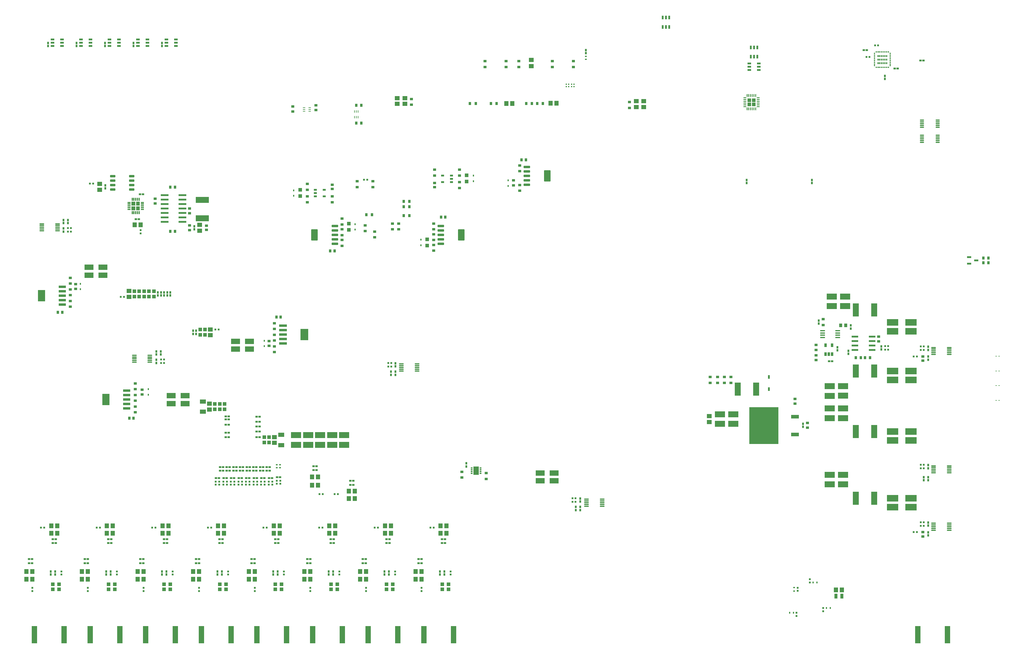
<source format=gbp>
G04*
G04 #@! TF.GenerationSoftware,Altium Limited,Altium Designer,22.6.1 (34)*
G04*
G04 Layer_Color=128*
%FSLAX23Y23*%
%MOIN*%
G70*
G04*
G04 #@! TF.SameCoordinates,48DA0B1C-91FB-4976-8A67-4949CEA53551*
G04*
G04*
G04 #@! TF.FilePolarity,Positive*
G04*
G01*
G75*
%ADD35R,0.031X0.037*%
%ADD36R,0.028X0.035*%
%ADD42R,0.035X0.028*%
%ADD44R,0.026X0.024*%
%ADD49R,0.023X0.024*%
%ADD50R,0.030X0.035*%
%ADD52R,0.022X0.018*%
%ADD56R,0.024X0.026*%
%ADD60R,0.055X0.045*%
%ADD64R,0.037X0.031*%
%ADD65O,0.053X0.012*%
G04:AMPARAMS|DCode=68|XSize=22mil|YSize=31mil|CornerRadius=2mil|HoleSize=0mil|Usage=FLASHONLY|Rotation=90.000|XOffset=0mil|YOffset=0mil|HoleType=Round|Shape=RoundedRectangle|*
%AMROUNDEDRECTD68*
21,1,0.022,0.028,0,0,90.0*
21,1,0.018,0.031,0,0,90.0*
1,1,0.004,0.014,0.009*
1,1,0.004,0.014,-0.009*
1,1,0.004,-0.014,-0.009*
1,1,0.004,-0.014,0.009*
%
%ADD68ROUNDEDRECTD68*%
%ADD70R,0.024X0.022*%
%ADD74R,0.063X0.193*%
%ADD81R,0.035X0.030*%
%ADD84R,0.049X0.024*%
%ADD85R,0.026X0.009*%
%ADD92R,0.001X0.001*%
%ADD93R,0.024X0.023*%
%ADD107R,0.039X0.041*%
%ADD109R,0.045X0.055*%
%ADD113R,0.030X0.037*%
%ADD286R,0.118X0.065*%
%ADD287R,0.069X0.146*%
%ADD288R,0.036X0.055*%
%ADD289R,0.017X0.024*%
%ADD290R,0.024X0.017*%
%ADD291R,0.016X0.022*%
G04:AMPARAMS|DCode=292|XSize=24mil|YSize=71mil|CornerRadius=2mil|HoleSize=0mil|Usage=FLASHONLY|Rotation=270.000|XOffset=0mil|YOffset=0mil|HoleType=Round|Shape=RoundedRectangle|*
%AMROUNDEDRECTD292*
21,1,0.024,0.067,0,0,270.0*
21,1,0.020,0.071,0,0,270.0*
1,1,0.004,-0.033,-0.010*
1,1,0.004,-0.033,0.010*
1,1,0.004,0.033,0.010*
1,1,0.004,0.033,-0.010*
%
%ADD292ROUNDEDRECTD292*%
G04:AMPARAMS|DCode=293|XSize=124mil|YSize=71mil|CornerRadius=2mil|HoleSize=0mil|Usage=FLASHONLY|Rotation=270.000|XOffset=0mil|YOffset=0mil|HoleType=Round|Shape=RoundedRectangle|*
%AMROUNDEDRECTD293*
21,1,0.124,0.067,0,0,270.0*
21,1,0.120,0.071,0,0,270.0*
1,1,0.004,-0.033,-0.060*
1,1,0.004,-0.033,0.060*
1,1,0.004,0.033,0.060*
1,1,0.004,0.033,-0.060*
%
%ADD293ROUNDEDRECTD293*%
G04:AMPARAMS|DCode=294|XSize=24mil|YSize=83mil|CornerRadius=2mil|HoleSize=0mil|Usage=FLASHONLY|Rotation=90.000|XOffset=0mil|YOffset=0mil|HoleType=Round|Shape=RoundedRectangle|*
%AMROUNDEDRECTD294*
21,1,0.024,0.079,0,0,90.0*
21,1,0.020,0.083,0,0,90.0*
1,1,0.004,0.039,0.010*
1,1,0.004,0.039,-0.010*
1,1,0.004,-0.039,-0.010*
1,1,0.004,-0.039,0.010*
%
%ADD294ROUNDEDRECTD294*%
G04:AMPARAMS|DCode=295|XSize=126mil|YSize=83mil|CornerRadius=2mil|HoleSize=0mil|Usage=FLASHONLY|Rotation=90.000|XOffset=0mil|YOffset=0mil|HoleType=Round|Shape=RoundedRectangle|*
%AMROUNDEDRECTD295*
21,1,0.126,0.079,0,0,90.0*
21,1,0.122,0.083,0,0,90.0*
1,1,0.004,0.039,0.061*
1,1,0.004,0.039,-0.061*
1,1,0.004,-0.039,-0.061*
1,1,0.004,-0.039,0.061*
%
%ADD295ROUNDEDRECTD295*%
%ADD296R,0.100X0.061*%
G04:AMPARAMS|DCode=297|XSize=12mil|YSize=53mil|CornerRadius=2mil|HoleSize=0mil|Usage=FLASHONLY|Rotation=270.000|XOffset=0mil|YOffset=0mil|HoleType=Round|Shape=RoundedRectangle|*
%AMROUNDEDRECTD297*
21,1,0.012,0.049,0,0,270.0*
21,1,0.008,0.053,0,0,270.0*
1,1,0.004,-0.025,-0.004*
1,1,0.004,-0.025,0.004*
1,1,0.004,0.025,0.004*
1,1,0.004,0.025,-0.004*
%
%ADD297ROUNDEDRECTD297*%
%ADD298R,0.069X0.045*%
%ADD299R,0.327X0.417*%
%ADD300R,0.087X0.041*%
%ADD301R,0.024X0.044*%
%ADD302R,0.128X0.075*%
%ADD303R,0.078X0.022*%
%ADD304R,0.035X0.041*%
G04:AMPARAMS|DCode=305|XSize=43mil|YSize=24mil|CornerRadius=2mil|HoleSize=0mil|Usage=FLASHONLY|Rotation=90.000|XOffset=0mil|YOffset=0mil|HoleType=Round|Shape=RoundedRectangle|*
%AMROUNDEDRECTD305*
21,1,0.043,0.020,0,0,90.0*
21,1,0.039,0.024,0,0,90.0*
1,1,0.004,0.010,0.020*
1,1,0.004,0.010,-0.020*
1,1,0.004,-0.010,-0.020*
1,1,0.004,-0.010,0.020*
%
%ADD305ROUNDEDRECTD305*%
%ADD306R,0.053X0.016*%
%ADD307R,0.039X0.043*%
%ADD308R,0.026X0.022*%
%ADD309R,0.015X0.014*%
%ADD310R,0.146X0.069*%
%ADD311R,0.028X0.037*%
%ADD312R,0.090X0.024*%
%ADD313R,0.037X0.030*%
%ADD314R,0.037X0.028*%
G04:AMPARAMS|DCode=315|XSize=24mil|YSize=57mil|CornerRadius=2mil|HoleSize=0mil|Usage=FLASHONLY|Rotation=270.000|XOffset=0mil|YOffset=0mil|HoleType=Round|Shape=RoundedRectangle|*
%AMROUNDEDRECTD315*
21,1,0.024,0.053,0,0,270.0*
21,1,0.020,0.057,0,0,270.0*
1,1,0.004,-0.027,-0.010*
1,1,0.004,-0.027,0.010*
1,1,0.004,0.027,0.010*
1,1,0.004,0.027,-0.010*
%
%ADD315ROUNDEDRECTD315*%
%ADD317R,0.036X0.012*%
%ADD318R,0.012X0.036*%
%ADD319R,0.039X0.020*%
%ADD320R,0.020X0.039*%
%ADD321O,0.010X0.037*%
%ADD322O,0.037X0.010*%
%ADD324R,0.012X0.018*%
%ADD325R,0.018X0.012*%
%ADD327R,0.009X0.026*%
%ADD328R,0.043X0.043*%
%ADD329R,0.085X0.126*%
%ADD330R,0.085X0.028*%
%ADD331R,0.064X0.094*%
%ADD332R,0.022X0.014*%
%ADD333R,0.014X0.010*%
%ADD382R,0.043X0.043*%
%ADD383R,0.012X0.024*%
G36*
X1941Y4931D02*
Y4888D01*
X1898D01*
Y4931D01*
X1941D01*
D02*
G37*
G36*
Y4982D02*
Y4939D01*
X1898D01*
Y4982D01*
X1941D01*
D02*
G37*
G36*
X1992Y4931D02*
Y4888D01*
X1949D01*
Y4931D01*
X1992D01*
D02*
G37*
G36*
Y4982D02*
Y4939D01*
X1949D01*
Y4982D01*
X1992D01*
D02*
G37*
D35*
X5701Y6085D02*
D03*
X5766D02*
D03*
X6457D02*
D03*
X6522D02*
D03*
X4958Y4985D02*
D03*
X5022D02*
D03*
X4602Y4835D02*
D03*
X4538D02*
D03*
X4958Y4825D02*
D03*
X5022D02*
D03*
X4958Y4925D02*
D03*
X5022D02*
D03*
X6333Y6085D02*
D03*
X6397D02*
D03*
X6002D02*
D03*
X5938D02*
D03*
D36*
X10093Y3230D02*
D03*
X10037D02*
D03*
X10198D02*
D03*
X10142D02*
D03*
X4480Y5865D02*
D03*
X4425D02*
D03*
X4480Y6065D02*
D03*
X4425D02*
D03*
D42*
X9590Y3202D02*
D03*
X3710Y6053D02*
D03*
Y5997D02*
D03*
X6190Y5223D02*
D03*
Y5167D02*
D03*
X2017Y2871D02*
D03*
Y2816D02*
D03*
X9495Y2498D02*
D03*
Y2442D02*
D03*
X9355Y2768D02*
D03*
Y2712D02*
D03*
X10295Y3412D02*
D03*
Y3468D02*
D03*
X9590Y3258D02*
D03*
Y3317D02*
D03*
Y3373D02*
D03*
X3970Y6012D02*
D03*
Y6068D02*
D03*
X1270Y4002D02*
D03*
Y4058D02*
D03*
X3445Y3362D02*
D03*
Y3418D02*
D03*
D44*
X1948Y4785D02*
D03*
X1982D02*
D03*
X9772Y3190D02*
D03*
X9738D02*
D03*
X4763Y1145D02*
D03*
X4797D02*
D03*
X4763Y1190D02*
D03*
X4797D02*
D03*
X4532Y920D02*
D03*
X4498D02*
D03*
X4532Y965D02*
D03*
X4498D02*
D03*
X5388Y1190D02*
D03*
X5422D02*
D03*
X5388Y1145D02*
D03*
X5422D02*
D03*
X5157Y920D02*
D03*
X5123D02*
D03*
X5157Y965D02*
D03*
X5123D02*
D03*
X1993Y5065D02*
D03*
X2027D02*
D03*
X10162Y6685D02*
D03*
X10128D02*
D03*
X10797Y6571D02*
D03*
X10763D02*
D03*
X10473Y6480D02*
D03*
X10507D02*
D03*
X3477Y1875D02*
D03*
X3443D02*
D03*
X3392D02*
D03*
X3358D02*
D03*
X3307D02*
D03*
X3273D02*
D03*
X3873Y965D02*
D03*
X3907D02*
D03*
X4172Y1190D02*
D03*
X4138D02*
D03*
X3873Y920D02*
D03*
X3907D02*
D03*
X4172Y1145D02*
D03*
X4138D02*
D03*
X3222Y1875D02*
D03*
X3188D02*
D03*
X3248Y920D02*
D03*
X3282D02*
D03*
X3547Y1190D02*
D03*
X3513D02*
D03*
X3248Y965D02*
D03*
X3282D02*
D03*
X3547Y1145D02*
D03*
X3513D02*
D03*
X3137Y1875D02*
D03*
X3103D02*
D03*
X2922Y1145D02*
D03*
X2888D02*
D03*
X2623Y920D02*
D03*
X2657D02*
D03*
X2922Y1190D02*
D03*
X2888D02*
D03*
X2623Y965D02*
D03*
X2657D02*
D03*
X3052Y1875D02*
D03*
X3018D02*
D03*
X2297Y1190D02*
D03*
X2263D02*
D03*
X2297Y1145D02*
D03*
X2263D02*
D03*
X1998Y965D02*
D03*
X2032D02*
D03*
X1998Y920D02*
D03*
X2032D02*
D03*
X2967Y1875D02*
D03*
X2933D02*
D03*
X1672Y1145D02*
D03*
X1638D02*
D03*
X1373Y965D02*
D03*
X1407D02*
D03*
X1373Y920D02*
D03*
X1407D02*
D03*
X1672Y1190D02*
D03*
X1638D02*
D03*
X2882Y1875D02*
D03*
X2848D02*
D03*
X1047Y1145D02*
D03*
X1013D02*
D03*
X1047Y1190D02*
D03*
X1013D02*
D03*
X748Y965D02*
D03*
X782D02*
D03*
X748Y920D02*
D03*
X782D02*
D03*
X3533Y1885D02*
D03*
X3567D02*
D03*
X3977Y1965D02*
D03*
X3943D02*
D03*
X4358Y1800D02*
D03*
X4392D02*
D03*
X3977Y2010D02*
D03*
X3943D02*
D03*
X4358Y1845D02*
D03*
X4392D02*
D03*
X3337Y2565D02*
D03*
X3303D02*
D03*
X3337Y2335D02*
D03*
X3303D02*
D03*
X3337Y2400D02*
D03*
X3303D02*
D03*
X3337Y2455D02*
D03*
X3303D02*
D03*
X3337Y2510D02*
D03*
X3303D02*
D03*
X2958Y2475D02*
D03*
X2992D02*
D03*
X2958Y2535D02*
D03*
X2992D02*
D03*
X2958Y2570D02*
D03*
X2992D02*
D03*
X2958Y2335D02*
D03*
X2992D02*
D03*
X2958Y2385D02*
D03*
X2992D02*
D03*
D49*
X4512Y5230D02*
D03*
X4548D02*
D03*
X2842Y3545D02*
D03*
X2878D02*
D03*
X10723Y3244D02*
D03*
X10687D02*
D03*
X10723Y1269D02*
D03*
X10687D02*
D03*
X4668Y1320D02*
D03*
X4632D02*
D03*
X5293D02*
D03*
X5257D02*
D03*
X1432Y5185D02*
D03*
X1468D02*
D03*
X4007Y1320D02*
D03*
X4043D02*
D03*
X3382D02*
D03*
X3418D02*
D03*
X2132D02*
D03*
X2168D02*
D03*
X2757D02*
D03*
X2793D02*
D03*
X1507D02*
D03*
X1543D02*
D03*
X882D02*
D03*
X918D02*
D03*
X4048Y1695D02*
D03*
X4012D02*
D03*
X4218D02*
D03*
X4182D02*
D03*
X1777Y3913D02*
D03*
X1813D02*
D03*
D50*
X6281Y5452D02*
D03*
X6329D02*
D03*
X1873Y2549D02*
D03*
X1920D02*
D03*
X5376Y4810D02*
D03*
X5424D02*
D03*
X4179Y4430D02*
D03*
X4131D02*
D03*
X1119Y3740D02*
D03*
X1071D02*
D03*
X3574Y3685D02*
D03*
X3526D02*
D03*
D52*
X7005Y6618D02*
D03*
Y6582D02*
D03*
X3567Y1992D02*
D03*
Y2028D02*
D03*
X3532Y1992D02*
D03*
Y2028D02*
D03*
D56*
X2177Y3171D02*
D03*
Y3206D02*
D03*
X2227Y3301D02*
D03*
Y3266D02*
D03*
X2177Y3301D02*
D03*
Y3266D02*
D03*
X10800Y1887D02*
D03*
Y1853D02*
D03*
X2590Y3498D02*
D03*
Y3532D02*
D03*
X2625Y3498D02*
D03*
Y3532D02*
D03*
X2300Y3963D02*
D03*
Y3929D02*
D03*
X9445Y2487D02*
D03*
Y2453D02*
D03*
X10325Y3357D02*
D03*
Y3323D02*
D03*
X10850Y2022D02*
D03*
Y1988D02*
D03*
X9955Y3273D02*
D03*
Y3307D02*
D03*
X9830Y3313D02*
D03*
Y3347D02*
D03*
X10850Y3208D02*
D03*
Y3242D02*
D03*
Y3352D02*
D03*
Y3318D02*
D03*
X9620Y3647D02*
D03*
Y3613D02*
D03*
X9980Y3558D02*
D03*
Y3592D02*
D03*
X10850Y1853D02*
D03*
Y1887D02*
D03*
Y1377D02*
D03*
Y1343D02*
D03*
Y1267D02*
D03*
Y1233D02*
D03*
X6890Y1518D02*
D03*
Y1552D02*
D03*
X6940Y1518D02*
D03*
Y1552D02*
D03*
Y1647D02*
D03*
Y1613D02*
D03*
X4740Y827D02*
D03*
Y793D02*
D03*
X4790Y827D02*
D03*
Y793D02*
D03*
X5365Y827D02*
D03*
Y793D02*
D03*
X5415Y827D02*
D03*
Y793D02*
D03*
X9545Y5193D02*
D03*
Y5227D02*
D03*
X8810Y5193D02*
D03*
Y5227D02*
D03*
X2605Y4707D02*
D03*
Y4673D02*
D03*
X1605Y5167D02*
D03*
Y5133D02*
D03*
X1600Y6767D02*
D03*
Y6733D02*
D03*
X2240D02*
D03*
Y6767D02*
D03*
X1920D02*
D03*
Y6733D02*
D03*
X1280Y6767D02*
D03*
Y6733D02*
D03*
X960Y6767D02*
D03*
Y6733D02*
D03*
X7005Y6653D02*
D03*
Y6687D02*
D03*
X10365Y6397D02*
D03*
Y6363D02*
D03*
X4165Y793D02*
D03*
Y827D02*
D03*
X4115Y793D02*
D03*
Y827D02*
D03*
X3490Y793D02*
D03*
Y827D02*
D03*
X3540Y793D02*
D03*
Y827D02*
D03*
X2240Y793D02*
D03*
Y827D02*
D03*
X2865Y793D02*
D03*
Y827D02*
D03*
X2915Y793D02*
D03*
Y827D02*
D03*
X2290Y793D02*
D03*
Y827D02*
D03*
X1665Y793D02*
D03*
Y827D02*
D03*
X1615Y793D02*
D03*
Y827D02*
D03*
X990Y793D02*
D03*
Y827D02*
D03*
X1040Y793D02*
D03*
Y827D02*
D03*
X2335Y3929D02*
D03*
Y3963D02*
D03*
X2265Y3929D02*
D03*
Y3963D02*
D03*
X2230Y3929D02*
D03*
Y3963D02*
D03*
X2195Y3929D02*
D03*
Y3963D02*
D03*
X1185Y4743D02*
D03*
Y4777D02*
D03*
X1135Y4682D02*
D03*
Y4648D02*
D03*
Y4743D02*
D03*
Y4777D02*
D03*
X4865Y3133D02*
D03*
Y3167D02*
D03*
Y3072D02*
D03*
Y3038D02*
D03*
X4815Y3072D02*
D03*
Y3038D02*
D03*
X5660Y2042D02*
D03*
Y2008D02*
D03*
D60*
X4885Y6148D02*
D03*
Y6082D02*
D03*
X4970Y6148D02*
D03*
Y6082D02*
D03*
X2785Y3482D02*
D03*
Y3548D02*
D03*
X2775Y2713D02*
D03*
Y2647D02*
D03*
X8390Y2507D02*
D03*
Y2573D02*
D03*
X2665Y4723D02*
D03*
Y4657D02*
D03*
X1540Y5183D02*
D03*
Y5117D02*
D03*
X1870Y3979D02*
D03*
Y3913D02*
D03*
X3505Y2338D02*
D03*
Y2272D02*
D03*
X6392Y6508D02*
D03*
Y6575D02*
D03*
X7570Y6047D02*
D03*
Y6113D02*
D03*
X7655Y6047D02*
D03*
Y6113D02*
D03*
D64*
X6108Y6562D02*
D03*
Y6498D02*
D03*
X6260Y5170D02*
D03*
Y5105D02*
D03*
Y5325D02*
D03*
Y5390D02*
D03*
X4610Y5148D02*
D03*
Y5212D02*
D03*
X4435Y5148D02*
D03*
Y5212D02*
D03*
X1942Y2616D02*
D03*
Y2681D02*
D03*
Y2941D02*
D03*
Y2876D02*
D03*
Y2746D02*
D03*
Y2811D02*
D03*
X5045Y6137D02*
D03*
Y6073D02*
D03*
X8635Y3012D02*
D03*
Y2948D02*
D03*
X8400D02*
D03*
Y3012D02*
D03*
X8485D02*
D03*
Y2948D02*
D03*
X8560Y3012D02*
D03*
Y2948D02*
D03*
X9670Y3662D02*
D03*
Y3598D02*
D03*
X4630Y4647D02*
D03*
Y4583D02*
D03*
X4525Y4717D02*
D03*
Y4653D02*
D03*
X4900Y4737D02*
D03*
Y4673D02*
D03*
X4830Y4737D02*
D03*
Y4673D02*
D03*
X6250Y6498D02*
D03*
Y6562D02*
D03*
X6864Y6498D02*
D03*
Y6562D02*
D03*
X6628Y6498D02*
D03*
Y6562D02*
D03*
X5872Y6498D02*
D03*
Y6562D02*
D03*
X7495Y6038D02*
D03*
Y6102D02*
D03*
X5585Y5342D02*
D03*
Y5278D02*
D03*
Y5138D02*
D03*
Y5202D02*
D03*
X5305Y5342D02*
D03*
Y5278D02*
D03*
X3875Y5182D02*
D03*
Y5118D02*
D03*
X4155Y4978D02*
D03*
Y5042D02*
D03*
X3875Y4978D02*
D03*
Y5042D02*
D03*
X5295Y4433D02*
D03*
Y4497D02*
D03*
Y4617D02*
D03*
Y4553D02*
D03*
Y4737D02*
D03*
Y4673D02*
D03*
X4265Y4608D02*
D03*
Y4672D02*
D03*
Y4488D02*
D03*
Y4552D02*
D03*
Y4792D02*
D03*
Y4728D02*
D03*
X1210Y4127D02*
D03*
Y4063D02*
D03*
Y3803D02*
D03*
Y3867D02*
D03*
Y3933D02*
D03*
Y3997D02*
D03*
X3505Y3617D02*
D03*
Y3553D02*
D03*
Y3293D02*
D03*
Y3357D02*
D03*
Y3487D02*
D03*
Y3423D02*
D03*
X5610Y1947D02*
D03*
Y1883D02*
D03*
X5885Y1932D02*
D03*
Y1868D02*
D03*
D65*
X10958Y5729D02*
D03*
Y5710D02*
D03*
Y5690D02*
D03*
Y5670D02*
D03*
Y5651D02*
D03*
X10782Y5729D02*
D03*
Y5710D02*
D03*
Y5690D02*
D03*
Y5670D02*
D03*
Y5651D02*
D03*
X10958Y5899D02*
D03*
Y5880D02*
D03*
Y5860D02*
D03*
Y5840D02*
D03*
Y5821D02*
D03*
X10782Y5899D02*
D03*
Y5880D02*
D03*
Y5860D02*
D03*
Y5840D02*
D03*
Y5821D02*
D03*
D68*
X4065Y5043D02*
D03*
Y5117D02*
D03*
X3965D02*
D03*
Y5080D02*
D03*
Y5043D02*
D03*
X5495Y5277D02*
D03*
Y5240D02*
D03*
Y5203D02*
D03*
X5395D02*
D03*
Y5277D02*
D03*
D70*
X2263Y3209D02*
D03*
X2230D02*
D03*
X2263Y3169D02*
D03*
X2230D02*
D03*
X10402Y3320D02*
D03*
X10368D02*
D03*
X10402Y3360D02*
D03*
X10368D02*
D03*
X10768Y2025D02*
D03*
X10802D02*
D03*
X10768Y1985D02*
D03*
X10802D02*
D03*
X10768Y3315D02*
D03*
X10802D02*
D03*
X10768Y3355D02*
D03*
X10802D02*
D03*
X10768Y1380D02*
D03*
X10802D02*
D03*
X10768Y1340D02*
D03*
X10802D02*
D03*
X6853Y1650D02*
D03*
X6887D02*
D03*
X6853Y1610D02*
D03*
X6887D02*
D03*
X10158Y6610D02*
D03*
X10192D02*
D03*
X10253Y6740D02*
D03*
X10287D02*
D03*
X1183Y4645D02*
D03*
X1217D02*
D03*
X1183Y4685D02*
D03*
X1217D02*
D03*
X4817Y3170D02*
D03*
X4783D02*
D03*
X4817Y3130D02*
D03*
X4783D02*
D03*
D74*
X10733Y116D02*
D03*
X4558D02*
D03*
X4892D02*
D03*
X5183D02*
D03*
X5517D02*
D03*
X11067D02*
D03*
X4267D02*
D03*
X3933D02*
D03*
X3642D02*
D03*
X3308D02*
D03*
X3017D02*
D03*
X2683D02*
D03*
X2392D02*
D03*
X2058D02*
D03*
X1767D02*
D03*
X1433D02*
D03*
X1142D02*
D03*
X808D02*
D03*
D81*
X4155Y5174D02*
D03*
Y5126D02*
D03*
X10790Y3196D02*
D03*
Y3244D02*
D03*
Y1269D02*
D03*
Y1221D02*
D03*
X2740Y4714D02*
D03*
Y4666D02*
D03*
X5305Y5194D02*
D03*
Y5146D02*
D03*
D84*
X11391Y4323D02*
D03*
X11309Y4361D02*
D03*
Y4286D02*
D03*
D85*
X3838Y6040D02*
D03*
Y6020D02*
D03*
Y6000D02*
D03*
X3902D02*
D03*
Y6020D02*
D03*
Y6040D02*
D03*
D92*
X1945Y4935D02*
D03*
D93*
X9671Y417D02*
D03*
Y381D02*
D03*
X9521Y704D02*
D03*
Y740D02*
D03*
X9384Y609D02*
D03*
Y644D02*
D03*
X9372Y364D02*
D03*
Y328D02*
D03*
X4533Y643D02*
D03*
Y607D02*
D03*
X3908D02*
D03*
Y643D02*
D03*
X3283Y607D02*
D03*
Y643D02*
D03*
X2658Y607D02*
D03*
Y643D02*
D03*
X2033Y607D02*
D03*
Y643D02*
D03*
X1408Y607D02*
D03*
Y643D02*
D03*
X783Y607D02*
D03*
Y643D02*
D03*
X4860Y792D02*
D03*
Y828D02*
D03*
X3480Y1802D02*
D03*
Y1838D02*
D03*
X2885Y1802D02*
D03*
Y1838D02*
D03*
X5485Y792D02*
D03*
Y828D02*
D03*
X5158Y643D02*
D03*
Y607D02*
D03*
X2000Y4627D02*
D03*
Y4663D02*
D03*
X3440Y1802D02*
D03*
Y1838D02*
D03*
X3395D02*
D03*
Y1802D02*
D03*
X3355D02*
D03*
Y1838D02*
D03*
X3270Y1802D02*
D03*
Y1838D02*
D03*
X3310D02*
D03*
Y1802D02*
D03*
X4235Y828D02*
D03*
Y792D02*
D03*
X3225Y1838D02*
D03*
Y1802D02*
D03*
X3185D02*
D03*
Y1838D02*
D03*
X3610Y828D02*
D03*
Y792D02*
D03*
X3100Y1802D02*
D03*
Y1838D02*
D03*
X3140D02*
D03*
Y1802D02*
D03*
X2985Y828D02*
D03*
Y792D02*
D03*
X3015Y1802D02*
D03*
Y1838D02*
D03*
X3055D02*
D03*
Y1802D02*
D03*
X2360Y828D02*
D03*
Y792D02*
D03*
X2970Y1838D02*
D03*
Y1802D02*
D03*
X2930D02*
D03*
Y1838D02*
D03*
X1735Y828D02*
D03*
Y792D02*
D03*
X2845Y1802D02*
D03*
Y1838D02*
D03*
X1110Y828D02*
D03*
Y792D02*
D03*
X3570Y1812D02*
D03*
Y1848D02*
D03*
X3530D02*
D03*
Y1812D02*
D03*
D107*
X2670Y3545D02*
D03*
Y3485D02*
D03*
X2725Y3545D02*
D03*
Y3485D02*
D03*
X2945Y2710D02*
D03*
Y2650D02*
D03*
X2890Y2710D02*
D03*
Y2650D02*
D03*
X2835Y2710D02*
D03*
Y2650D02*
D03*
X1930Y3916D02*
D03*
Y3976D02*
D03*
X2150Y3916D02*
D03*
Y3976D02*
D03*
X2095Y3916D02*
D03*
Y3976D02*
D03*
X2040D02*
D03*
Y3916D02*
D03*
X1985Y3976D02*
D03*
Y3916D02*
D03*
X3445Y2335D02*
D03*
Y2275D02*
D03*
X3390Y2335D02*
D03*
Y2275D02*
D03*
D109*
X9813Y621D02*
D03*
X9880D02*
D03*
X4747Y1340D02*
D03*
X4813D02*
D03*
X4747Y1255D02*
D03*
X4813D02*
D03*
X4533Y825D02*
D03*
X4467D02*
D03*
X4533Y740D02*
D03*
X4467D02*
D03*
X5372Y1255D02*
D03*
X5438D02*
D03*
X5372Y1340D02*
D03*
X5438D02*
D03*
X5158Y740D02*
D03*
X5092D02*
D03*
X5158Y825D02*
D03*
X5092D02*
D03*
X2000Y4724D02*
D03*
X1933D02*
D03*
X3842Y825D02*
D03*
X3908D02*
D03*
X4188Y1255D02*
D03*
X4122D02*
D03*
X3842Y740D02*
D03*
X3908D02*
D03*
X4188Y1340D02*
D03*
X4122D02*
D03*
X3217Y825D02*
D03*
X3283D02*
D03*
X3217Y740D02*
D03*
X3283D02*
D03*
X3563Y1255D02*
D03*
X3497D02*
D03*
X3563Y1340D02*
D03*
X3497D02*
D03*
X2592Y825D02*
D03*
X2658D02*
D03*
X2938Y1255D02*
D03*
X2872D02*
D03*
X2938Y1340D02*
D03*
X2872D02*
D03*
X2592Y740D02*
D03*
X2658D02*
D03*
X1967Y825D02*
D03*
X2033D02*
D03*
X2313Y1340D02*
D03*
X2247D02*
D03*
X2313Y1255D02*
D03*
X2247D02*
D03*
X1967Y740D02*
D03*
X2033D02*
D03*
X1342Y825D02*
D03*
X1408D02*
D03*
X1688Y1255D02*
D03*
X1622D02*
D03*
X1342Y740D02*
D03*
X1408D02*
D03*
X1688Y1340D02*
D03*
X1622D02*
D03*
X1063Y1255D02*
D03*
X997D02*
D03*
X1063Y1340D02*
D03*
X997D02*
D03*
X717Y825D02*
D03*
X783D02*
D03*
X717Y740D02*
D03*
X783D02*
D03*
X3993Y1795D02*
D03*
X3927D02*
D03*
X4342Y1730D02*
D03*
X4408D02*
D03*
X3993Y1890D02*
D03*
X3927D02*
D03*
X4342Y1645D02*
D03*
X4408D02*
D03*
X6606Y6090D02*
D03*
X6673D02*
D03*
X6110Y6085D02*
D03*
X6177D02*
D03*
D113*
X11528Y4296D02*
D03*
X11472D02*
D03*
X11528Y4351D02*
D03*
X11472D02*
D03*
D286*
X9745Y2909D02*
D03*
X9895Y2910D02*
D03*
X4288Y2251D02*
D03*
Y2359D02*
D03*
X3748Y2251D02*
D03*
Y2359D02*
D03*
X3883Y2251D02*
D03*
Y2359D02*
D03*
X4018Y2251D02*
D03*
Y2359D02*
D03*
X4153Y2251D02*
D03*
Y2359D02*
D03*
X8660Y2486D02*
D03*
Y2594D02*
D03*
X8510Y2486D02*
D03*
Y2594D02*
D03*
X9895Y2802D02*
D03*
Y2659D02*
D03*
Y2551D02*
D03*
Y1914D02*
D03*
Y1806D02*
D03*
X9916Y3918D02*
D03*
Y3810D02*
D03*
X9766Y3918D02*
D03*
Y3810D02*
D03*
X9745Y1914D02*
D03*
Y1806D02*
D03*
Y2659D02*
D03*
Y2551D02*
D03*
Y2801D02*
D03*
D287*
X10037Y3080D02*
D03*
X8918Y2875D02*
D03*
X8712D02*
D03*
X10243Y3080D02*
D03*
Y2400D02*
D03*
X10037D02*
D03*
X10243Y1650D02*
D03*
X10037D02*
D03*
X10243Y3765D02*
D03*
X10037D02*
D03*
D288*
X9879Y551D02*
D03*
X9814D02*
D03*
D289*
X9707Y417D02*
D03*
X9750D02*
D03*
X9336Y363D02*
D03*
X9293D02*
D03*
X9557Y704D02*
D03*
X9601D02*
D03*
D290*
X9344Y605D02*
D03*
Y648D02*
D03*
D291*
X6130Y5161D02*
D03*
Y5224D02*
D03*
X2087Y2812D02*
D03*
Y2875D02*
D03*
X5740Y5276D02*
D03*
Y5214D02*
D03*
X3720Y5049D02*
D03*
Y5111D02*
D03*
X5150Y4556D02*
D03*
Y4494D02*
D03*
X4410Y4669D02*
D03*
Y4731D02*
D03*
X1325Y3999D02*
D03*
Y4061D02*
D03*
X3390Y3421D02*
D03*
Y3359D02*
D03*
D292*
X6340Y5172D02*
D03*
Y5222D02*
D03*
Y5272D02*
D03*
Y5322D02*
D03*
Y5372D02*
D03*
X4185Y4710D02*
D03*
Y4660D02*
D03*
Y4610D02*
D03*
Y4560D02*
D03*
Y4510D02*
D03*
X5375D02*
D03*
Y4560D02*
D03*
Y4610D02*
D03*
Y4660D02*
D03*
Y4710D02*
D03*
D293*
X6570Y5272D02*
D03*
X3955Y4610D02*
D03*
X5605D02*
D03*
D294*
X1844Y2859D02*
D03*
Y2809D02*
D03*
Y2759D02*
D03*
Y2709D02*
D03*
Y2659D02*
D03*
X1122Y3825D02*
D03*
Y3875D02*
D03*
Y3925D02*
D03*
Y3975D02*
D03*
Y4025D02*
D03*
D295*
X1610Y2759D02*
D03*
X888Y3925D02*
D03*
D296*
X2344Y2714D02*
D03*
Y2803D02*
D03*
X2500D02*
D03*
Y2714D02*
D03*
X1578Y4155D02*
D03*
Y4245D02*
D03*
X1422D02*
D03*
Y4155D02*
D03*
X3067Y3414D02*
D03*
Y3326D02*
D03*
X3223D02*
D03*
Y3414D02*
D03*
X6492Y1934D02*
D03*
Y1845D02*
D03*
X6648D02*
D03*
Y1934D02*
D03*
D297*
X1929Y3258D02*
D03*
Y3238D02*
D03*
Y3219D02*
D03*
Y3199D02*
D03*
X2104Y3258D02*
D03*
Y3238D02*
D03*
Y3219D02*
D03*
Y3199D02*
D03*
X1929Y3179D02*
D03*
X2104D02*
D03*
X11088Y3266D02*
D03*
Y3285D02*
D03*
Y3305D02*
D03*
Y3325D02*
D03*
X10912Y3266D02*
D03*
Y3285D02*
D03*
Y3305D02*
D03*
Y3325D02*
D03*
X11088Y3344D02*
D03*
X10912D02*
D03*
Y1291D02*
D03*
X11088D02*
D03*
Y1310D02*
D03*
Y1330D02*
D03*
Y1350D02*
D03*
X10912Y1310D02*
D03*
Y1330D02*
D03*
Y1350D02*
D03*
X11088Y1369D02*
D03*
X10912D02*
D03*
X11088Y1936D02*
D03*
Y1955D02*
D03*
Y1975D02*
D03*
Y1995D02*
D03*
X10912Y1936D02*
D03*
Y1955D02*
D03*
Y1975D02*
D03*
Y1995D02*
D03*
X11088Y2014D02*
D03*
X10912D02*
D03*
X7188Y1561D02*
D03*
Y1580D02*
D03*
Y1600D02*
D03*
Y1620D02*
D03*
X7012Y1561D02*
D03*
Y1580D02*
D03*
Y1600D02*
D03*
Y1620D02*
D03*
X7188Y1639D02*
D03*
X7012D02*
D03*
X1068Y4656D02*
D03*
X892D02*
D03*
X1068Y4675D02*
D03*
Y4695D02*
D03*
Y4715D02*
D03*
Y4734D02*
D03*
X892Y4675D02*
D03*
Y4695D02*
D03*
Y4715D02*
D03*
Y4734D02*
D03*
X4932Y3159D02*
D03*
X5108D02*
D03*
X4932Y3140D02*
D03*
Y3120D02*
D03*
Y3100D02*
D03*
Y3081D02*
D03*
X5108Y3140D02*
D03*
Y3120D02*
D03*
Y3100D02*
D03*
Y3081D02*
D03*
D298*
X3580Y2362D02*
D03*
Y2248D02*
D03*
X2700Y2623D02*
D03*
Y2737D02*
D03*
D299*
X9004Y2465D02*
D03*
D300*
X9354Y2365D02*
D03*
Y2565D02*
D03*
D301*
X9060Y2877D02*
D03*
Y3013D02*
D03*
D302*
X10451Y2300D02*
D03*
Y2399D02*
D03*
X10658D02*
D03*
Y2300D02*
D03*
Y2980D02*
D03*
Y3079D02*
D03*
X10451D02*
D03*
Y2980D02*
D03*
Y3526D02*
D03*
Y3625D02*
D03*
X10658D02*
D03*
Y3526D02*
D03*
Y1551D02*
D03*
Y1650D02*
D03*
X10451D02*
D03*
Y1551D02*
D03*
D303*
X10222Y3415D02*
D03*
X10028D02*
D03*
X10222Y3315D02*
D03*
Y3365D02*
D03*
Y3465D02*
D03*
X10028D02*
D03*
Y3365D02*
D03*
Y3315D02*
D03*
D304*
X9924Y3592D02*
D03*
X9866D02*
D03*
D305*
X9698Y3269D02*
D03*
X9772Y3371D02*
D03*
X9698D02*
D03*
X9735Y3269D02*
D03*
X9772D02*
D03*
D306*
X9835Y3457D02*
D03*
X9665Y3533D02*
D03*
Y3508D02*
D03*
Y3482D02*
D03*
Y3457D02*
D03*
X9835Y3482D02*
D03*
Y3508D02*
D03*
Y3533D02*
D03*
D307*
X4835Y684D02*
D03*
Y626D02*
D03*
X4765Y684D02*
D03*
Y626D02*
D03*
X5390Y684D02*
D03*
Y626D02*
D03*
X5460Y684D02*
D03*
Y626D02*
D03*
X4210D02*
D03*
Y684D02*
D03*
X4140Y626D02*
D03*
Y684D02*
D03*
X3585Y626D02*
D03*
Y684D02*
D03*
X3515Y626D02*
D03*
Y684D02*
D03*
X2890Y626D02*
D03*
Y684D02*
D03*
X2960Y626D02*
D03*
Y684D02*
D03*
X2265Y626D02*
D03*
Y684D02*
D03*
X2335Y626D02*
D03*
Y684D02*
D03*
X1640Y626D02*
D03*
Y684D02*
D03*
X1710Y626D02*
D03*
Y684D02*
D03*
X1085Y626D02*
D03*
Y684D02*
D03*
X1015Y626D02*
D03*
Y684D02*
D03*
D308*
X3268Y1960D02*
D03*
Y2000D02*
D03*
X3343Y1960D02*
D03*
Y2000D02*
D03*
X3002Y1960D02*
D03*
Y2000D02*
D03*
X3418Y1960D02*
D03*
Y2000D02*
D03*
X3452D02*
D03*
Y1960D02*
D03*
X3377Y2000D02*
D03*
Y1960D02*
D03*
X3302Y2000D02*
D03*
Y1960D02*
D03*
X3227Y2000D02*
D03*
Y1960D02*
D03*
X3193Y2000D02*
D03*
Y1960D02*
D03*
X3152Y2000D02*
D03*
Y1960D02*
D03*
X3118Y2000D02*
D03*
Y1960D02*
D03*
X3077Y2000D02*
D03*
Y1960D02*
D03*
X3043Y2000D02*
D03*
Y1960D02*
D03*
X2968Y2000D02*
D03*
Y1960D02*
D03*
X2927Y2000D02*
D03*
Y1960D02*
D03*
X2893Y2000D02*
D03*
Y1960D02*
D03*
D309*
X6872Y6303D02*
D03*
X6845D02*
D03*
X6785D02*
D03*
X6812D02*
D03*
X6845Y6276D02*
D03*
X6872D02*
D03*
X6812D02*
D03*
X6785D02*
D03*
D310*
X2695Y4797D02*
D03*
Y5003D02*
D03*
D311*
X2333Y5145D02*
D03*
X2386D02*
D03*
Y4650D02*
D03*
X2333D02*
D03*
D312*
X2469Y5055D02*
D03*
Y5005D02*
D03*
Y4955D02*
D03*
Y4905D02*
D03*
Y4855D02*
D03*
Y4805D02*
D03*
Y4755D02*
D03*
X2271D02*
D03*
Y4805D02*
D03*
Y4855D02*
D03*
Y4905D02*
D03*
Y4955D02*
D03*
Y5005D02*
D03*
Y5055D02*
D03*
D313*
X2550Y4664D02*
D03*
Y4716D02*
D03*
Y4906D02*
D03*
Y4854D02*
D03*
D314*
X2165Y4964D02*
D03*
Y5016D02*
D03*
D315*
X1688Y5120D02*
D03*
Y5170D02*
D03*
Y5220D02*
D03*
Y5270D02*
D03*
X1902Y5120D02*
D03*
Y5170D02*
D03*
Y5220D02*
D03*
Y5270D02*
D03*
D317*
X2020Y4896D02*
D03*
Y4915D02*
D03*
Y4935D02*
D03*
Y4955D02*
D03*
Y4974D02*
D03*
X1870D02*
D03*
Y4955D02*
D03*
Y4935D02*
D03*
Y4915D02*
D03*
Y4896D02*
D03*
D318*
X1984Y5010D02*
D03*
X1965D02*
D03*
X1945D02*
D03*
X1925D02*
D03*
X1906D02*
D03*
Y4860D02*
D03*
X1925D02*
D03*
X1945D02*
D03*
X1965D02*
D03*
X1984D02*
D03*
D319*
X2292Y6807D02*
D03*
Y6770D02*
D03*
Y6733D02*
D03*
X2398D02*
D03*
Y6770D02*
D03*
Y6807D02*
D03*
X1972D02*
D03*
Y6770D02*
D03*
Y6733D02*
D03*
X2078D02*
D03*
Y6770D02*
D03*
Y6807D02*
D03*
X1332D02*
D03*
Y6770D02*
D03*
Y6733D02*
D03*
X1438D02*
D03*
Y6770D02*
D03*
Y6807D02*
D03*
X1652D02*
D03*
Y6770D02*
D03*
Y6733D02*
D03*
X1758D02*
D03*
Y6770D02*
D03*
Y6807D02*
D03*
X1012D02*
D03*
Y6770D02*
D03*
Y6733D02*
D03*
X1118D02*
D03*
Y6770D02*
D03*
Y6807D02*
D03*
X8842Y6537D02*
D03*
Y6500D02*
D03*
Y6463D02*
D03*
X8948D02*
D03*
Y6500D02*
D03*
Y6537D02*
D03*
D320*
X8858Y6612D02*
D03*
X8895D02*
D03*
X8932D02*
D03*
Y6718D02*
D03*
X8895D02*
D03*
X8858D02*
D03*
X7942Y7053D02*
D03*
X7905D02*
D03*
X7868D02*
D03*
Y6947D02*
D03*
X7905D02*
D03*
X7942D02*
D03*
D321*
X8914Y6025D02*
D03*
X8895D02*
D03*
X8875D02*
D03*
X8855D02*
D03*
X8835D02*
D03*
X8816D02*
D03*
Y6175D02*
D03*
X8835D02*
D03*
X8855D02*
D03*
X8875D02*
D03*
X8895D02*
D03*
X8914D02*
D03*
D322*
X8790Y6051D02*
D03*
Y6070D02*
D03*
Y6090D02*
D03*
Y6110D02*
D03*
Y6130D02*
D03*
Y6149D02*
D03*
X8940D02*
D03*
Y6130D02*
D03*
Y6110D02*
D03*
Y6090D02*
D03*
Y6070D02*
D03*
Y6051D02*
D03*
D324*
X10266Y6668D02*
D03*
X10286D02*
D03*
X10305D02*
D03*
X10325D02*
D03*
X10345D02*
D03*
X10365D02*
D03*
X10384D02*
D03*
X10404D02*
D03*
Y6493D02*
D03*
X10384D02*
D03*
X10365D02*
D03*
X10345D02*
D03*
X10325D02*
D03*
X10305D02*
D03*
X10286D02*
D03*
X10266D02*
D03*
D325*
X10423Y6649D02*
D03*
Y6630D02*
D03*
Y6610D02*
D03*
Y6590D02*
D03*
Y6571D02*
D03*
Y6551D02*
D03*
Y6531D02*
D03*
Y6512D02*
D03*
X10247D02*
D03*
Y6531D02*
D03*
Y6551D02*
D03*
Y6571D02*
D03*
Y6590D02*
D03*
Y6610D02*
D03*
Y6630D02*
D03*
Y6649D02*
D03*
D327*
X4405Y5932D02*
D03*
X4425D02*
D03*
X4445D02*
D03*
Y5997D02*
D03*
X4425D02*
D03*
X4405D02*
D03*
D328*
X5665Y5210D02*
D03*
Y5280D02*
D03*
X3795Y5045D02*
D03*
Y5115D02*
D03*
X5220Y4560D02*
D03*
Y4490D02*
D03*
X4340Y4665D02*
D03*
Y4735D02*
D03*
D329*
X3839Y3490D02*
D03*
D330*
X3601Y3590D02*
D03*
Y3540D02*
D03*
Y3490D02*
D03*
Y3440D02*
D03*
Y3390D02*
D03*
D331*
X5770Y1960D02*
D03*
D332*
X5821Y1990D02*
D03*
Y1970D02*
D03*
Y1950D02*
D03*
Y1930D02*
D03*
X5719Y1990D02*
D03*
Y1970D02*
D03*
Y1950D02*
D03*
Y1930D02*
D03*
D333*
X11647Y3246D02*
D03*
X11613D02*
D03*
X11647Y3081D02*
D03*
X11613D02*
D03*
X11647Y2915D02*
D03*
X11613D02*
D03*
X11647Y2750D02*
D03*
X11613D02*
D03*
D382*
X8841Y6124D02*
D03*
X8841Y6076D02*
D03*
X8890Y6124D02*
D03*
X8890Y6076D02*
D03*
D383*
X10305Y6541D02*
D03*
X10325D02*
D03*
X10345Y6541D02*
D03*
X10364D02*
D03*
X10384D02*
D03*
X10305Y6580D02*
D03*
X10325D02*
D03*
X10345Y6580D02*
D03*
X10364D02*
D03*
X10384D02*
D03*
X10286Y6541D02*
D03*
X10286Y6580D02*
D03*
X10384Y6620D02*
D03*
X10364D02*
D03*
X10345D02*
D03*
X10325Y6620D02*
D03*
X10305Y6620D02*
D03*
X10286Y6620D02*
D03*
M02*

</source>
